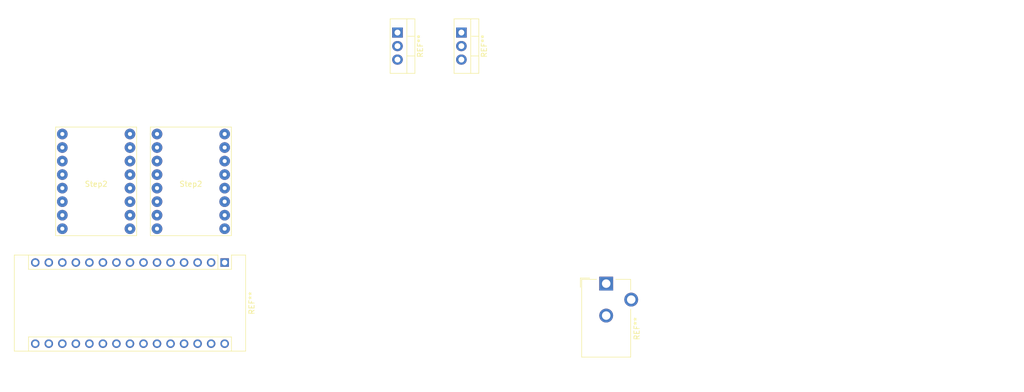
<source format=kicad_pcb>
(kicad_pcb (version 20211014) (generator pcbnew)
  (layers (0 "F.Cu" signal) (31 "B.Cu" signal) (34 "B.Paste" user) (35 "F.Paste" user) (36 "B.SilkS" user "B.Silkscreen") (37 "F.SilkS" user "F.Silkscreen") (38 "B.Mask" user) (39 "F.Mask" user) (44 "Edge.Cuts" user))
  (net 0 "")
  (footprint "Module:Arduino_Nano" (layer "F.Cu") (at 115.57 109.22 -90)
    (fp_text reference "REF**" (at 7.62 -5.08 90) (layer "F.SilkS"))
    (fp_text value "Arduino_Nano")
    (fp_line (start -1.4 39.5) (end 16.64 39.5) (layer "F.SilkS") (width 0.12))
    (fp_line (start -1.4 1.27) (end -1.4 39.5) (layer "F.SilkS") (width 0.12))
    (fp_line (start 1.27 36.83) (end -1.4 36.83) (layer "F.SilkS") (width 0.12))
    (fp_line (start 1.27 -1.27) (end -1.4 -1.27) (layer "F.SilkS") (width 0.12))
    (fp_line (start 1.27 1.27) (end 1.27 36.83) (layer "F.SilkS") (width 0.12))
    (fp_line (start 16.64 -3.94) (end -1.4 -3.94) (layer "F.SilkS") (width 0.12))
    (fp_line (start 1.27 1.27) (end 1.27 -1.27) (layer "F.SilkS") (width 0.12))
    (fp_line (start 16.64 39.5) (end 16.64 -3.94) (layer "F.SilkS") (width 0.12))
    (fp_line (start 13.97 36.83) (end 16.64 36.83) (layer "F.SilkS") (width 0.12))
    (fp_line (start -1.4 -3.94) (end -1.4 -1.27) (layer "F.SilkS") (width 0.12))
    (fp_line (start 13.97 -1.27) (end 16.64 -1.27) (layer "F.SilkS") (width 0.12))
    (fp_line (start 13.97 -1.27) (end 13.97 36.83) (layer "F.SilkS") (width 0.12))
    (fp_line (start 1.27 1.27) (end -1.4 1.27) (layer "F.SilkS") (width 0.12))
    (pad "1" thru_hole rect locked (at 0 0 270) (size 1.6 1.6) (drill 1) (layers *.Cu *.Mask))
    (pad "2" thru_hole oval locked (at 0 2.54 270) (size 1.6 1.6) (drill 1) (layers *.Cu *.Mask))
    (pad "3" thru_hole oval locked (at 0 5.08 270) (size 1.6 1.6) (drill 1) (layers *.Cu *.Mask))
    (pad "4" thru_hole oval locked (at 0 7.62 270) (size 1.6 1.6) (drill 1) (layers *.Cu *.Mask))
    (pad "5" thru_hole oval locked (at 0 10.16 270) (size 1.6 1.6) (drill 1) (layers *.Cu *.Mask))
    (pad "6" thru_hole oval locked (at 0 12.7 270) (size 1.6 1.6) (drill 1) (layers *.Cu *.Mask))
    (pad "7" thru_hole oval locked (at 0 15.24 270) (size 1.6 1.6) (drill 1) (layers *.Cu *.Mask))
    (pad "8" thru_hole oval locked (at 0 17.78 270) (size 1.6 1.6) (drill 1) (layers *.Cu *.Mask))
    (pad "9" thru_hole oval locked (at 0 20.32 270) (size 1.6 1.6) (drill 1) (layers *.Cu *.Mask))
    (pad "10" thru_hole oval locked (at 0 22.86 270) (size 1.6 1.6) (drill 1) (layers *.Cu *.Mask))
    (pad "11" thru_hole oval locked (at 0 25.4 270) (size 1.6 1.6) (drill 1) (layers *.Cu *.Mask))
    (pad "12" thru_hole oval locked (at 0 27.94 270) (size 1.6 1.6) (drill 1) (layers *.Cu *.Mask))
    (pad "13" thru_hole oval locked (at 0 30.48 270) (size 1.6 1.6) (drill 1) (layers *.Cu *.Mask))
    (pad "14" thru_hole oval locked (at 0 33.02 270) (size 1.6 1.6) (drill 1) (layers *.Cu *.Mask))
    (pad "15" thru_hole oval locked (at 0 35.56 270) (size 1.6 1.6) (drill 1) (layers *.Cu *.Mask))
    (pad "16" thru_hole oval locked (at 15.24 35.56 270) (size 1.6 1.6) (drill 1) (layers *.Cu *.Mask))
    (pad "17" thru_hole oval locked (at 15.24 33.02 270) (size 1.6 1.6) (drill 1) (layers *.Cu *.Mask))
    (pad "18" thru_hole oval locked (at 15.24 30.48 270) (size 1.6 1.6) (drill 1) (layers *.Cu *.Mask))
    (pad "19" thru_hole oval locked (at 15.24 27.94 270) (size 1.6 1.6) (drill 1) (layers *.Cu *.Mask))
    (pad "20" thru_hole oval locked (at 15.24 25.4 270) (size 1.6 1.6) (drill 1) (layers *.Cu *.Mask))
    (pad "21" thru_hole oval locked (at 15.24 22.86 270) (size 1.6 1.6) (drill 1) (layers *.Cu *.Mask))
    (pad "22" thru_hole oval locked (at 15.24 20.32 270) (size 1.6 1.6) (drill 1) (layers *.Cu *.Mask))
    (pad "23" thru_hole oval locked (at 15.24 17.78 270) (size 1.6 1.6) (drill 1) (layers *.Cu *.Mask))
    (pad "24" thru_hole oval locked (at 15.24 15.24 270) (size 1.6 1.6) (drill 1) (layers *.Cu *.Mask))
    (pad "25" thru_hole oval locked (at 15.24 12.7 270) (size 1.6 1.6) (drill 1) (layers *.Cu *.Mask))
    (pad "26" thru_hole oval locked (at 15.24 10.16 270) (size 1.6 1.6) (drill 1) (layers *.Cu *.Mask))
    (pad "27" thru_hole oval locked (at 15.24 7.62 270) (size 1.6 1.6) (drill 1) (layers *.Cu *.Mask))
    (pad "28" thru_hole oval locked (at 15.24 5.08 270) (size 1.6 1.6) (drill 1) (layers *.Cu *.Mask))
    (pad "29" thru_hole oval locked (at 15.24 2.54 270) (size 1.6 1.6) (drill 1) (layers *.Cu *.Mask))
    (pad "30" thru_hole oval locked (at 15.24 0 270) (size 1.6 1.6) (drill 1) (layers *.Cu *.Mask))
  )
  (footprint "StepDriver" (layer "F.Cu") (at 109.22 93.98)
    (fp_text reference "Step2" (at 0 0.5) (layer "F.SilkS"))
    (fp_text value "StepDriver")
    (fp_line (start -7.6 0) (end -7.6 -10.2) (layer "F.SilkS") (width 0.12))
    (fp_line (start 7.6 -10.2) (end 7.6 10.2) (layer "F.SilkS") (width 0.12))
    (fp_line (start -7.6 -10.2) (end 7.6 -10.2) (layer "F.SilkS") (width 0.12))
    (fp_line (start -7.6 10.2) (end -7.6 0) (layer "F.SilkS") (width 0.12))
    (fp_line (start 7.6 10.2) (end -7.6 10.2) (layer "F.SilkS") (width 0.12))
    (pad "1" thru_hole circle locked (at -6.35 -8.89) (size 2 2) (drill 0.762) (layers *.Cu *.Mask))
    (pad "2" thru_hole circle locked (at -6.35 -6.35) (size 2 2) (drill 0.762) (layers *.Cu *.Mask))
    (pad "2" thru_hole circle locked (at 6.35 -6.35) (size 2 2) (drill 0.762) (layers *.Cu *.Mask))
    (pad "3" thru_hole circle locked (at -6.35 -3.81) (size 2 2) (drill 0.762) (layers *.Cu *.Mask))
    (pad "4" thru_hole circle locked (at -6.35 -1.27) (size 2 2) (drill 0.762) (layers *.Cu *.Mask))
    (pad "5" thru_hole circle locked (at -6.35 1.27) (size 2 2) (drill 0.762) (layers *.Cu *.Mask))
    (pad "10" thru_hole circle locked (at 6.35 -8.89) (size 2 2) (drill 0.762) (layers *.Cu *.Mask))
    (pad "12" thru_hole circle locked (at 6.35 -3.81) (size 2 2) (drill 0.762) (layers *.Cu *.Mask))
    (pad "13" thru_hole circle locked (at 6.35 -1.27) (size 2 2) (drill 0.762) (layers *.Cu *.Mask))
    (pad "14" thru_hole circle locked (at 6.35 1.27) (size 2 2) (drill 0.762) (layers *.Cu *.Mask))
    (pad "15" thru_hole circle locked (at 6.35 3.81) (size 2 2) (drill 0.762) (layers *.Cu *.Mask))
    (pad "16" thru_hole circle locked (at 6.35 6.35) (size 2 2) (drill 0.762) (layers *.Cu *.Mask))
    (pad "17" thru_hole circle locked (at 6.35 8.89) (size 2 2) (drill 0.762) (layers *.Cu *.Mask))
    (pad "18" thru_hole circle locked (at -6.35 8.89) (size 2 2) (drill 0.762) (layers *.Cu *.Mask))
    (pad "19" thru_hole circle locked (at -6.35 6.35) (size 2 2) (drill 0.762) (layers *.Cu *.Mask))
    (pad "20" thru_hole circle locked (at -6.35 3.81) (size 2 2) (drill 0.762) (layers *.Cu *.Mask))
  )
  (footprint "StepDriver" (layer "F.Cu") (at 91.44 93.98)
    (fp_text reference "Step2" (at 0 0.5) (layer "F.SilkS"))
    (fp_text value "StepDriver")
    (fp_line (start 7.6 -10.2) (end 7.6 10.2) (layer "F.SilkS") (width 0.12))
    (fp_line (start -7.6 10.2) (end -7.6 0) (layer "F.SilkS") (width 0.12))
    (fp_line (start 7.6 10.2) (end -7.6 10.2) (layer "F.SilkS") (width 0.12))
    (fp_line (start -7.6 0) (end -7.6 -10.2) (layer "F.SilkS") (width 0.12))
    (fp_line (start -7.6 -10.2) (end 7.6 -10.2) (layer "F.SilkS") (width 0.12))
    (pad "1" thru_hole circle locked (at -6.35 -8.89) (size 2 2) (drill 0.762) (layers *.Cu *.Mask))
    (pad "2" thru_hole circle locked (at -6.35 -6.35) (size 2 2) (drill 0.762) (layers *.Cu *.Mask))
    (pad "2" thru_hole circle locked (at 6.35 -6.35) (size 2 2) (drill 0.762) (layers *.Cu *.Mask))
    (pad "3" thru_hole circle locked (at -6.35 -3.81) (size 2 2) (drill 0.762) (layers *.Cu *.Mask))
    (pad "4" thru_hole circle locked (at -6.35 -1.27) (size 2 2) (drill 0.762) (layers *.Cu *.Mask))
    (pad "5" thru_hole circle locked (at -6.35 1.27) (size 2 2) (drill 0.762) (layers *.Cu *.Mask))
    (pad "10" thru_hole circle locked (at 6.35 -8.89) (size 2 2) (drill 0.762) (layers *.Cu *.Mask))
    (pad "12" thru_hole circle locked (at 6.35 -3.81) (size 2 2) (drill 0.762) (layers *.Cu *.Mask))
    (pad "13" thru_hole circle locked (at 6.35 -1.27) (size 2 2) (drill 0.762) (layers *.Cu *.Mask))
    (pad "14" thru_hole circle locked (at 6.35 1.27) (size 2 2) (drill 0.762) (layers *.Cu *.Mask))
    (pad "15" thru_hole circle locked (at 6.35 3.81) (size 2 2) (drill 0.762) (layers *.Cu *.Mask))
    (pad "16" thru_hole circle locked (at 6.35 6.35) (size 2 2) (drill 0.762) (layers *.Cu *.Mask))
    (pad "17" thru_hole circle locked (at 6.35 8.89) (size 2 2) (drill 0.762) (layers *.Cu *.Mask))
    (pad "18" thru_hole circle locked (at -6.35 8.89) (size 2 2) (drill 0.762) (layers *.Cu *.Mask))
    (pad "19" thru_hole circle locked (at -6.35 6.35) (size 2 2) (drill 0.762) (layers *.Cu *.Mask))
    (pad "20" thru_hole circle locked (at -6.35 3.81) (size 2 2) (drill 0.762) (layers *.Cu *.Mask))
  )
  (footprint "Connector_BarrelJack:BarrelJack_CUI_PJ-102AH_Horizontal" (layer "F.Cu") (at 187.21 113.18)
    (fp_text reference "REF**" (at 5.75 8.45 90) (layer "F.SilkS"))
    (fp_text value "BarrelJack_CUI_PJ-102AH_Horizontal")
    (fp_line (start -4.84 -1.04) (end -3.1 -1.04) (layer "F.SilkS") (width 0.12))
    (fp_line (start -4.84 0.7) (end -4.84 -1.04) (layer "F.SilkS") (width 0.12))
    (fp_line (start 4.6 -0.8) (end 4.6 1.2) (layer "F.SilkS") (width 0.12))
    (fp_line (start -4.6 -0.8) (end -1.8 -0.8) (layer "F.SilkS") (width 0.12))
    (fp_line (start 4.6 13.8) (end -4.6 13.8) (layer "F.SilkS") (width 0.12))
    (fp_line (start 4.6 4.8) (end 4.6 13.8) (layer "F.SilkS") (width 0.12))
    (fp_line (start -4.6 13.8) (end -4.6 -0.8) (layer "F.SilkS") (width 0.12))
    (fp_line (start 1.8 -0.8) (end 4.6 -0.8) (layer "F.SilkS") (width 0.12))
    (pad "1" thru_hole rect locked (at 0 0) (size 2.6 2.6) (drill 1.6) (layers *.Cu *.Mask))
    (pad "2" thru_hole circle locked (at 0 6) (size 2.6 2.6) (drill 1.6) (layers *.Cu *.Mask))
    (pad "3" thru_hole circle locked (at 4.7 3) (size 2.6 2.6) (drill 1.6) (layers *.Cu *.Mask))
  )
  (footprint "Package_TO_SOT_THT:TO-220-3_Vertical" (layer "F.Cu") (at 160.02 66.04 -90)
    (fp_text reference "REF**" (at 2.54 -4.27 90) (layer "F.SilkS"))
    (fp_text value "TO-220-3_Vertical")
    (fp_line (start -2.58 -1.76) (end 7.66 -1.76) (layer "F.SilkS") (width 0.12))
    (fp_line (start 0.69 -3.27) (end 0.69 -1.76) (layer "F.SilkS") (width 0.12))
    (fp_line (start 7.66 -3.27) (end 7.66 1.371) (layer "F.SilkS") (width 0.12))
    (fp_line (start -2.58 -3.27) (end 7.66 -3.27) (layer "F.SilkS") (width 0.12))
    (fp_line (start -2.58 -3.27) (end -2.58 1.371) (layer "F.SilkS") (width 0.12))
    (fp_line (start -2.58 1.371) (end 7.66 1.371) (layer "F.SilkS") (width 0.12))
    (fp_line (start 4.391 -3.27) (end 4.391 -1.76) (layer "F.SilkS") (width 0.12))
    (pad "1" thru_hole rect locked (at 0 0 270) (size 1.905 2) (drill 1.1) (layers *.Cu *.Mask))
    (pad "2" thru_hole oval locked (at 2.54 0 270) (size 1.905 2) (drill 1.1) (layers *.Cu *.Mask))
    (pad "3" thru_hole oval locked (at 5.08 0 270) (size 1.905 2) (drill 1.1) (layers *.Cu *.Mask))
  )
  (footprint "Package_TO_SOT_THT:TO-220-3_Vertical" (layer "F.Cu") (at 148.02 66.04 -90)
    (fp_text reference "REF**" (at 2.54 -4.27 90) (layer "F.SilkS"))
    (fp_text value "TO-220-3_Vertical")
    (fp_line (start -2.58 -3.27) (end -2.58 1.371) (layer "F.SilkS") (width 0.12))
    (fp_line (start 4.391 -3.27) (end 4.391 -1.76) (layer "F.SilkS") (width 0.12))
    (fp_line (start -2.58 1.371) (end 7.66 1.371) (layer "F.SilkS") (width 0.12))
    (fp_line (start -2.58 -1.76) (end 7.66 -1.76) (layer "F.SilkS") (width 0.12))
    (fp_line (start 0.69 -3.27) (end 0.69 -1.76) (layer "F.SilkS") (width 0.12))
    (fp_line (start 7.66 -3.27) (end 7.66 1.371) (layer "F.SilkS") (width 0.12))
    (fp_line (start -2.58 -3.27) (end 7.66 -3.27) (layer "F.SilkS") (width 0.12))
    (pad "1" thru_hole rect locked (at 0 0 270) (size 1.905 2) (drill 1.1) (layers *.Cu *.Mask))
    (pad "2" thru_hole oval locked (at 2.54 0 270) (size 1.905 2) (drill 1.1) (layers *.Cu *.Mask))
    (pad "3" thru_hole oval locked (at 5.08 0 270) (size 1.905 2) (drill 1.1) (layers *.Cu *.Mask))
  )
)
</source>
